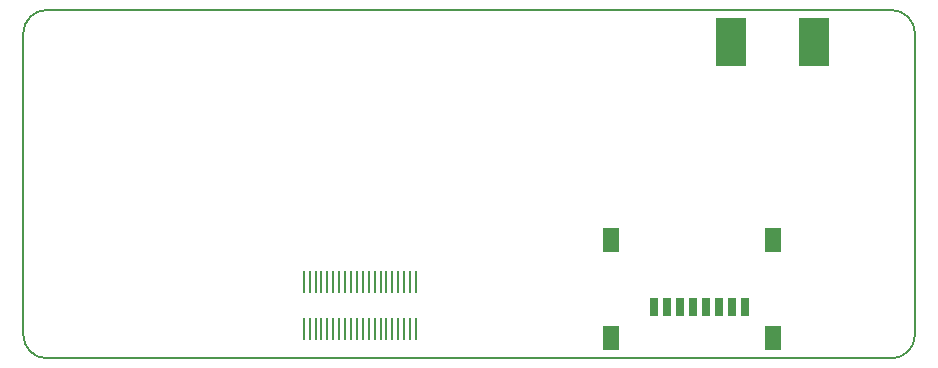
<source format=gbp>
G04*
G04 #@! TF.GenerationSoftware,Altium Limited,Altium Designer,23.0.1 (38)*
G04*
G04 Layer_Color=128*
%FSLAX25Y25*%
%MOIN*%
G70*
G04*
G04 #@! TF.SameCoordinates,19342238-8E0C-4B0D-84B5-E67248FCF62E*
G04*
G04*
G04 #@! TF.FilePolarity,Positive*
G04*
G01*
G75*
%ADD12C,0.00600*%
%ADD66R,0.10492X0.16496*%
G04:AMPARAMS|DCode=162|XSize=70.87mil|YSize=9.84mil|CornerRadius=0.49mil|HoleSize=0mil|Usage=FLASHONLY|Rotation=270.000|XOffset=0mil|YOffset=0mil|HoleType=Round|Shape=RoundedRectangle|*
%AMROUNDEDRECTD162*
21,1,0.07087,0.00886,0,0,270.0*
21,1,0.06988,0.00984,0,0,270.0*
1,1,0.00098,-0.00443,-0.03494*
1,1,0.00098,-0.00443,0.03494*
1,1,0.00098,0.00443,0.03494*
1,1,0.00098,0.00443,-0.03494*
%
%ADD162ROUNDEDRECTD162*%
%ADD163R,0.05709X0.07874*%
%ADD164R,0.03150X0.05906*%
D12*
X1223475Y611403D02*
G03*
X1231349Y619277I0J7874D01*
G01*
Y719671D02*
G03*
X1223475Y727545I-7874J0D01*
G01*
X941979D02*
G03*
X934105Y719671I0J-7874D01*
G01*
Y619277D02*
G03*
X941979Y611403I7874J0D01*
G01*
X1231349Y619277D02*
Y719671D01*
X941979Y727545D02*
X1223475D01*
X941979Y611403D02*
X1223475D01*
X934105Y619277D02*
Y719671D01*
D66*
X1197642Y716886D02*
D03*
X1170142D02*
D03*
D162*
X1027609Y621246D02*
D03*
X1031546D02*
D03*
X1035483D02*
D03*
X1033514D02*
D03*
X1039420D02*
D03*
X1043357D02*
D03*
X1041388D02*
D03*
X1047294D02*
D03*
X1051231D02*
D03*
X1053199D02*
D03*
X1049262D02*
D03*
X1055168D02*
D03*
X1061073D02*
D03*
X1063042D02*
D03*
X1065010D02*
D03*
X1027609Y636994D02*
D03*
X1031546D02*
D03*
X1035483D02*
D03*
X1033514D02*
D03*
X1039420D02*
D03*
X1043357D02*
D03*
X1041388D02*
D03*
X1047294D02*
D03*
X1051231D02*
D03*
X1053199D02*
D03*
X1049262D02*
D03*
X1055168D02*
D03*
X1029577Y621246D02*
D03*
X1037451D02*
D03*
X1045325D02*
D03*
X1029577Y636994D02*
D03*
X1037451D02*
D03*
X1045325D02*
D03*
X1057136D02*
D03*
X1059105D02*
D03*
X1061073D02*
D03*
X1063042D02*
D03*
X1065010D02*
D03*
X1057136Y621246D02*
D03*
X1059105D02*
D03*
D163*
X1129971Y618293D02*
D03*
X1184105D02*
D03*
X1129971Y650970D02*
D03*
X1184105D02*
D03*
D164*
X1174754Y628529D02*
D03*
X1170424D02*
D03*
X1166093D02*
D03*
X1161762D02*
D03*
X1157432D02*
D03*
X1153101D02*
D03*
X1148770D02*
D03*
X1144439D02*
D03*
M02*

</source>
